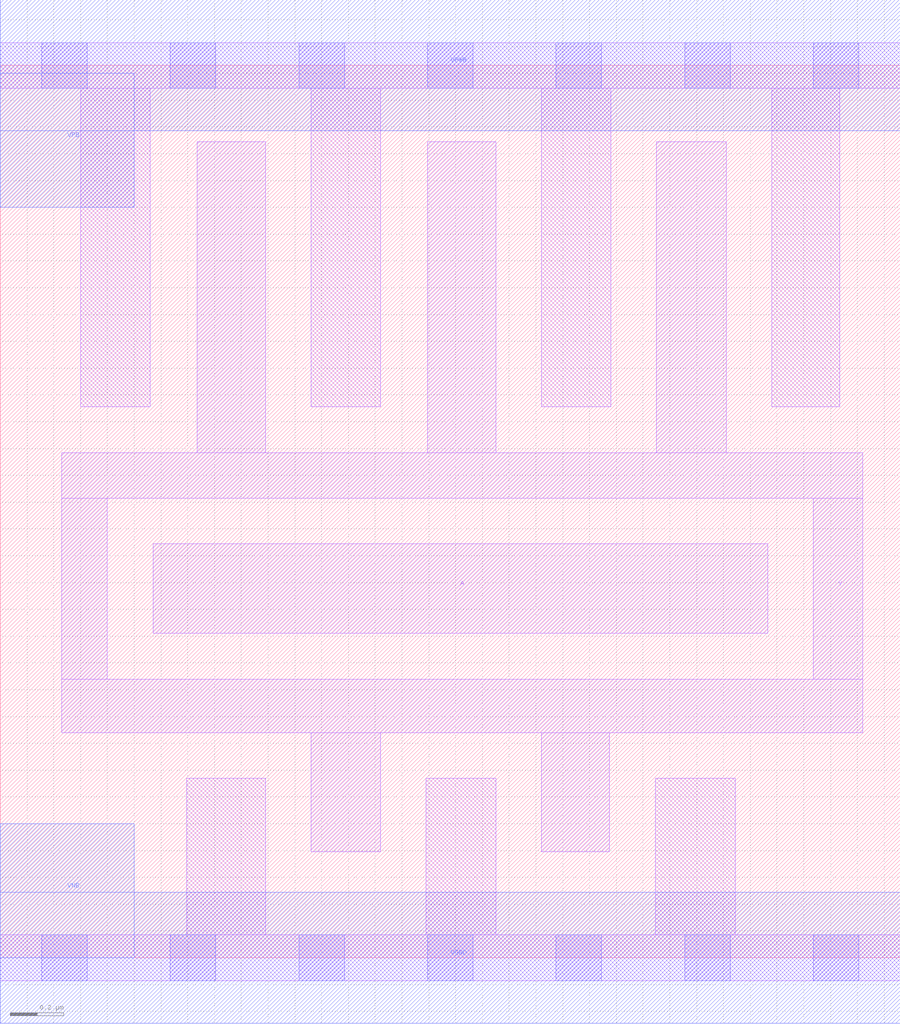
<source format=lef>
# Copyright 2020 The SkyWater PDK Authors
#
# Licensed under the Apache License, Version 2.0 (the "License");
# you may not use this file except in compliance with the License.
# You may obtain a copy of the License at
#
#     https://www.apache.org/licenses/LICENSE-2.0
#
# Unless required by applicable law or agreed to in writing, software
# distributed under the License is distributed on an "AS IS" BASIS,
# WITHOUT WARRANTIES OR CONDITIONS OF ANY KIND, either express or implied.
# See the License for the specific language governing permissions and
# limitations under the License.
#
# SPDX-License-Identifier: Apache-2.0

VERSION 5.5 ;
NAMESCASESENSITIVE ON ;
BUSBITCHARS "[]" ;
DIVIDERCHAR "/" ;
MACRO sky130_fd_sc_lp__clkinv_4
  CLASS CORE ;
  SOURCE USER ;
  ORIGIN  0.000000  0.000000 ;
  SIZE  3.360000 BY  3.330000 ;
  SYMMETRY X Y R90 ;
  SITE unit ;
  PIN A
    ANTENNAGATEAREA  1.386000 ;
    DIRECTION INPUT ;
    USE SIGNAL ;
    PORT
      LAYER li1 ;
        RECT 0.570000 1.210000 2.865000 1.545000 ;
    END
  END A
  PIN Y
    ANTENNADIFFAREA  1.293600 ;
    DIRECTION OUTPUT ;
    USE SIGNAL ;
    PORT
      LAYER li1 ;
        RECT 0.230000 0.840000 3.220000 1.040000 ;
        RECT 0.230000 1.040000 0.400000 1.715000 ;
        RECT 0.230000 1.715000 3.220000 1.885000 ;
        RECT 0.735000 1.885000 0.990000 3.045000 ;
        RECT 1.160000 0.395000 1.420000 0.840000 ;
        RECT 1.595000 1.885000 1.850000 3.045000 ;
        RECT 2.020000 0.395000 2.275000 0.840000 ;
        RECT 2.450000 1.885000 2.710000 3.045000 ;
        RECT 3.035000 1.040000 3.220000 1.715000 ;
    END
  END Y
  PIN VGND
    DIRECTION INOUT ;
    USE GROUND ;
    PORT
      LAYER met1 ;
        RECT 0.000000 -0.245000 3.360000 0.245000 ;
    END
  END VGND
  PIN VNB
    DIRECTION INOUT ;
    USE GROUND ;
    PORT
    END
  END VNB
  PIN VPB
    DIRECTION INOUT ;
    USE POWER ;
    PORT
    END
  END VPB
  PIN VNB
    DIRECTION INOUT ;
    USE GROUND ;
    PORT
      LAYER met1 ;
        RECT 0.000000 0.000000 0.500000 0.500000 ;
    END
  END VNB
  PIN VPB
    DIRECTION INOUT ;
    USE POWER ;
    PORT
      LAYER met1 ;
        RECT 0.000000 2.800000 0.500000 3.300000 ;
    END
  END VPB
  PIN VPWR
    DIRECTION INOUT ;
    USE POWER ;
    PORT
      LAYER met1 ;
        RECT 0.000000 3.085000 3.360000 3.575000 ;
    END
  END VPWR
  OBS
    LAYER li1 ;
      RECT 0.000000 -0.085000 3.360000 0.085000 ;
      RECT 0.000000  3.245000 3.360000 3.415000 ;
      RECT 0.300000  2.055000 0.560000 3.245000 ;
      RECT 0.695000  0.085000 0.990000 0.670000 ;
      RECT 1.160000  2.055000 1.420000 3.245000 ;
      RECT 1.590000  0.085000 1.850000 0.670000 ;
      RECT 2.020000  2.055000 2.280000 3.245000 ;
      RECT 2.445000  0.085000 2.745000 0.670000 ;
      RECT 2.880000  2.055000 3.135000 3.245000 ;
    LAYER mcon ;
      RECT 0.155000 -0.085000 0.325000 0.085000 ;
      RECT 0.155000  3.245000 0.325000 3.415000 ;
      RECT 0.635000 -0.085000 0.805000 0.085000 ;
      RECT 0.635000  3.245000 0.805000 3.415000 ;
      RECT 1.115000 -0.085000 1.285000 0.085000 ;
      RECT 1.115000  3.245000 1.285000 3.415000 ;
      RECT 1.595000 -0.085000 1.765000 0.085000 ;
      RECT 1.595000  3.245000 1.765000 3.415000 ;
      RECT 2.075000 -0.085000 2.245000 0.085000 ;
      RECT 2.075000  3.245000 2.245000 3.415000 ;
      RECT 2.555000 -0.085000 2.725000 0.085000 ;
      RECT 2.555000  3.245000 2.725000 3.415000 ;
      RECT 3.035000 -0.085000 3.205000 0.085000 ;
      RECT 3.035000  3.245000 3.205000 3.415000 ;
  END
END sky130_fd_sc_lp__clkinv_4
END LIBRARY

</source>
